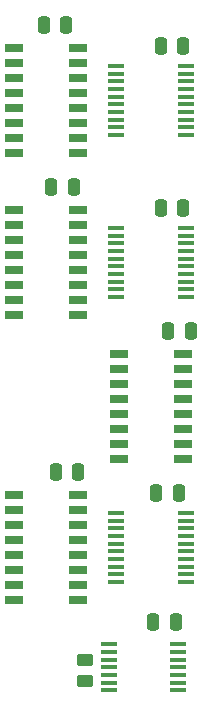
<source format=gtp>
%TF.GenerationSoftware,KiCad,Pcbnew,7.0.5*%
%TF.CreationDate,2024-02-14T17:05:01+02:00*%
%TF.ProjectId,GPIO Address Decode,4750494f-2041-4646-9472-657373204465,rev?*%
%TF.SameCoordinates,PX6d01460PY32de760*%
%TF.FileFunction,Paste,Top*%
%TF.FilePolarity,Positive*%
%FSLAX46Y46*%
G04 Gerber Fmt 4.6, Leading zero omitted, Abs format (unit mm)*
G04 Created by KiCad (PCBNEW 7.0.5) date 2024-02-14 17:05:01*
%MOMM*%
%LPD*%
G01*
G04 APERTURE LIST*
G04 Aperture macros list*
%AMRoundRect*
0 Rectangle with rounded corners*
0 $1 Rounding radius*
0 $2 $3 $4 $5 $6 $7 $8 $9 X,Y pos of 4 corners*
0 Add a 4 corners polygon primitive as box body*
4,1,4,$2,$3,$4,$5,$6,$7,$8,$9,$2,$3,0*
0 Add four circle primitives for the rounded corners*
1,1,$1+$1,$2,$3*
1,1,$1+$1,$4,$5*
1,1,$1+$1,$6,$7*
1,1,$1+$1,$8,$9*
0 Add four rect primitives between the rounded corners*
20,1,$1+$1,$2,$3,$4,$5,0*
20,1,$1+$1,$4,$5,$6,$7,0*
20,1,$1+$1,$6,$7,$8,$9,0*
20,1,$1+$1,$8,$9,$2,$3,0*%
G04 Aperture macros list end*
%ADD10RoundRect,0.250000X0.450000X-0.262500X0.450000X0.262500X-0.450000X0.262500X-0.450000X-0.262500X0*%
%ADD11R,1.475000X0.450000*%
%ADD12RoundRect,0.250000X0.250000X0.475000X-0.250000X0.475000X-0.250000X-0.475000X0.250000X-0.475000X0*%
%ADD13R,1.550000X0.650000*%
G04 APERTURE END LIST*
D10*
%TO.C,R1*%
X10912000Y-51204500D03*
X10912000Y-49379500D03*
%TD*%
D11*
%TO.C,IC1*%
X12937000Y-48088000D03*
X12937000Y-48738000D03*
X12937000Y-49388000D03*
X12937000Y-50038000D03*
X12937000Y-50688000D03*
X12937000Y-51338000D03*
X12937000Y-51988000D03*
X18813000Y-51988000D03*
X18813000Y-51338000D03*
X18813000Y-50688000D03*
X18813000Y-50038000D03*
X18813000Y-49388000D03*
X18813000Y-48738000D03*
X18813000Y-48088000D03*
%TD*%
D12*
%TO.C,C5*%
X19857000Y-21590000D03*
X17957000Y-21590000D03*
%TD*%
D11*
%TO.C,IC3*%
X13572000Y893000D03*
X13572000Y243000D03*
X13572000Y-407000D03*
X13572000Y-1057000D03*
X13572000Y-1707000D03*
X13572000Y-2357000D03*
X13572000Y-3007000D03*
X13572000Y-3657000D03*
X13572000Y-4307000D03*
X13572000Y-4957000D03*
X19448000Y-4957000D03*
X19448000Y-4307000D03*
X19448000Y-3657000D03*
X19448000Y-3007000D03*
X19448000Y-2357000D03*
X19448000Y-1707000D03*
X19448000Y-1057000D03*
X19448000Y-407000D03*
X19448000Y243000D03*
X19448000Y893000D03*
%TD*%
D12*
%TO.C,C8*%
X9316000Y4318000D03*
X7416000Y4318000D03*
%TD*%
%TO.C,C6*%
X9951000Y-9398000D03*
X8051000Y-9398000D03*
%TD*%
%TO.C,C4*%
X18841000Y-35306000D03*
X16941000Y-35306000D03*
%TD*%
D13*
%TO.C,IC2*%
X4895000Y2413000D03*
X4895000Y1143000D03*
X4895000Y-127000D03*
X4895000Y-1397000D03*
X4895000Y-2667000D03*
X4895000Y-3937000D03*
X4895000Y-5207000D03*
X4895000Y-6477000D03*
X10345000Y-6477000D03*
X10345000Y-5207000D03*
X10345000Y-3937000D03*
X10345000Y-2667000D03*
X10345000Y-1397000D03*
X10345000Y-127000D03*
X10345000Y1143000D03*
X10345000Y2413000D03*
%TD*%
D12*
%TO.C,C2*%
X19222000Y2540000D03*
X17322000Y2540000D03*
%TD*%
D13*
%TO.C,IC8*%
X4895000Y-11303000D03*
X4895000Y-12573000D03*
X4895000Y-13843000D03*
X4895000Y-15113000D03*
X4895000Y-16383000D03*
X4895000Y-17653000D03*
X4895000Y-18923000D03*
X4895000Y-20193000D03*
X10345000Y-20193000D03*
X10345000Y-18923000D03*
X10345000Y-17653000D03*
X10345000Y-16383000D03*
X10345000Y-15113000D03*
X10345000Y-13843000D03*
X10345000Y-12573000D03*
X10345000Y-11303000D03*
%TD*%
D12*
%TO.C,C1*%
X10332000Y-33528000D03*
X8432000Y-33528000D03*
%TD*%
%TO.C,C7*%
X19222000Y-11176000D03*
X17322000Y-11176000D03*
%TD*%
D13*
%TO.C,IC6*%
X4895000Y-35433000D03*
X4895000Y-36703000D03*
X4895000Y-37973000D03*
X4895000Y-39243000D03*
X4895000Y-40513000D03*
X4895000Y-41783000D03*
X4895000Y-43053000D03*
X4895000Y-44323000D03*
X10345000Y-44323000D03*
X10345000Y-43053000D03*
X10345000Y-41783000D03*
X10345000Y-40513000D03*
X10345000Y-39243000D03*
X10345000Y-37973000D03*
X10345000Y-36703000D03*
X10345000Y-35433000D03*
%TD*%
D11*
%TO.C,IC9*%
X13572000Y-12823000D03*
X13572000Y-13473000D03*
X13572000Y-14123000D03*
X13572000Y-14773000D03*
X13572000Y-15423000D03*
X13572000Y-16073000D03*
X13572000Y-16723000D03*
X13572000Y-17373000D03*
X13572000Y-18023000D03*
X13572000Y-18673000D03*
X19448000Y-18673000D03*
X19448000Y-18023000D03*
X19448000Y-17373000D03*
X19448000Y-16723000D03*
X19448000Y-16073000D03*
X19448000Y-15423000D03*
X19448000Y-14773000D03*
X19448000Y-14123000D03*
X19448000Y-13473000D03*
X19448000Y-12823000D03*
%TD*%
D13*
%TO.C,IC4*%
X13785000Y-23495000D03*
X13785000Y-24765000D03*
X13785000Y-26035000D03*
X13785000Y-27305000D03*
X13785000Y-28575000D03*
X13785000Y-29845000D03*
X13785000Y-31115000D03*
X13785000Y-32385000D03*
X19235000Y-32385000D03*
X19235000Y-31115000D03*
X19235000Y-29845000D03*
X19235000Y-28575000D03*
X19235000Y-27305000D03*
X19235000Y-26035000D03*
X19235000Y-24765000D03*
X19235000Y-23495000D03*
%TD*%
D12*
%TO.C,C3*%
X18587000Y-46228000D03*
X16687000Y-46228000D03*
%TD*%
D11*
%TO.C,IC7*%
X13572000Y-36953000D03*
X13572000Y-37603000D03*
X13572000Y-38253000D03*
X13572000Y-38903000D03*
X13572000Y-39553000D03*
X13572000Y-40203000D03*
X13572000Y-40853000D03*
X13572000Y-41503000D03*
X13572000Y-42153000D03*
X13572000Y-42803000D03*
X19448000Y-42803000D03*
X19448000Y-42153000D03*
X19448000Y-41503000D03*
X19448000Y-40853000D03*
X19448000Y-40203000D03*
X19448000Y-39553000D03*
X19448000Y-38903000D03*
X19448000Y-38253000D03*
X19448000Y-37603000D03*
X19448000Y-36953000D03*
%TD*%
M02*

</source>
